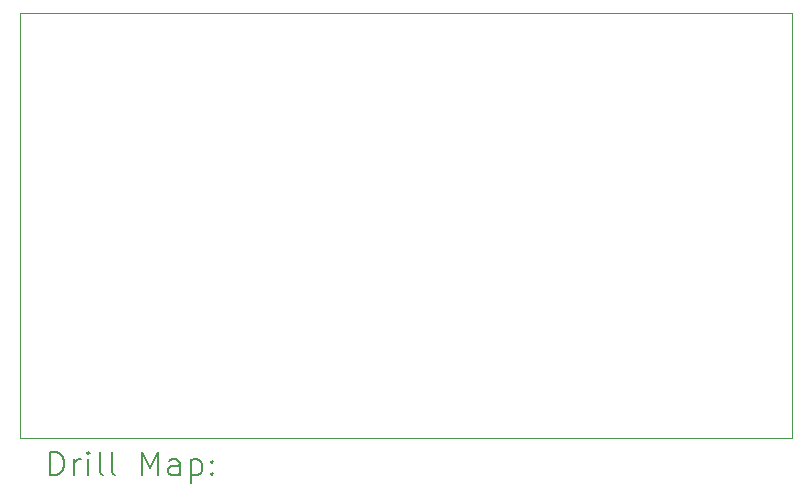
<source format=gbr>
%TF.GenerationSoftware,KiCad,Pcbnew,8.0.1*%
%TF.CreationDate,2024-03-27T10:15:29-03:00*%
%TF.ProjectId,CPU Stm32G431,43505520-5374-46d3-9332-473433312e6b,rev?*%
%TF.SameCoordinates,Original*%
%TF.FileFunction,Drillmap*%
%TF.FilePolarity,Positive*%
%FSLAX45Y45*%
G04 Gerber Fmt 4.5, Leading zero omitted, Abs format (unit mm)*
G04 Created by KiCad (PCBNEW 8.0.1) date 2024-03-27 10:15:29*
%MOMM*%
%LPD*%
G01*
G04 APERTURE LIST*
%ADD10C,0.100000*%
%ADD11C,0.200000*%
G04 APERTURE END LIST*
D10*
X18288000Y-8640000D02*
X18288000Y-12239000D01*
X11750000Y-8641000D02*
X18288000Y-8640000D01*
X18288000Y-12239000D02*
X11750000Y-12240000D01*
X11750000Y-12240000D02*
X11750000Y-8641000D01*
D11*
X12005777Y-12556484D02*
X12005777Y-12356484D01*
X12005777Y-12356484D02*
X12053396Y-12356484D01*
X12053396Y-12356484D02*
X12081967Y-12366008D01*
X12081967Y-12366008D02*
X12101015Y-12385055D01*
X12101015Y-12385055D02*
X12110539Y-12404103D01*
X12110539Y-12404103D02*
X12120062Y-12442198D01*
X12120062Y-12442198D02*
X12120062Y-12470769D01*
X12120062Y-12470769D02*
X12110539Y-12508865D01*
X12110539Y-12508865D02*
X12101015Y-12527912D01*
X12101015Y-12527912D02*
X12081967Y-12546960D01*
X12081967Y-12546960D02*
X12053396Y-12556484D01*
X12053396Y-12556484D02*
X12005777Y-12556484D01*
X12205777Y-12556484D02*
X12205777Y-12423150D01*
X12205777Y-12461246D02*
X12215301Y-12442198D01*
X12215301Y-12442198D02*
X12224824Y-12432674D01*
X12224824Y-12432674D02*
X12243872Y-12423150D01*
X12243872Y-12423150D02*
X12262920Y-12423150D01*
X12329586Y-12556484D02*
X12329586Y-12423150D01*
X12329586Y-12356484D02*
X12320062Y-12366008D01*
X12320062Y-12366008D02*
X12329586Y-12375531D01*
X12329586Y-12375531D02*
X12339110Y-12366008D01*
X12339110Y-12366008D02*
X12329586Y-12356484D01*
X12329586Y-12356484D02*
X12329586Y-12375531D01*
X12453396Y-12556484D02*
X12434348Y-12546960D01*
X12434348Y-12546960D02*
X12424824Y-12527912D01*
X12424824Y-12527912D02*
X12424824Y-12356484D01*
X12558158Y-12556484D02*
X12539110Y-12546960D01*
X12539110Y-12546960D02*
X12529586Y-12527912D01*
X12529586Y-12527912D02*
X12529586Y-12356484D01*
X12786729Y-12556484D02*
X12786729Y-12356484D01*
X12786729Y-12356484D02*
X12853396Y-12499341D01*
X12853396Y-12499341D02*
X12920062Y-12356484D01*
X12920062Y-12356484D02*
X12920062Y-12556484D01*
X13101015Y-12556484D02*
X13101015Y-12451722D01*
X13101015Y-12451722D02*
X13091491Y-12432674D01*
X13091491Y-12432674D02*
X13072443Y-12423150D01*
X13072443Y-12423150D02*
X13034348Y-12423150D01*
X13034348Y-12423150D02*
X13015301Y-12432674D01*
X13101015Y-12546960D02*
X13081967Y-12556484D01*
X13081967Y-12556484D02*
X13034348Y-12556484D01*
X13034348Y-12556484D02*
X13015301Y-12546960D01*
X13015301Y-12546960D02*
X13005777Y-12527912D01*
X13005777Y-12527912D02*
X13005777Y-12508865D01*
X13005777Y-12508865D02*
X13015301Y-12489817D01*
X13015301Y-12489817D02*
X13034348Y-12480293D01*
X13034348Y-12480293D02*
X13081967Y-12480293D01*
X13081967Y-12480293D02*
X13101015Y-12470769D01*
X13196253Y-12423150D02*
X13196253Y-12623150D01*
X13196253Y-12432674D02*
X13215301Y-12423150D01*
X13215301Y-12423150D02*
X13253396Y-12423150D01*
X13253396Y-12423150D02*
X13272443Y-12432674D01*
X13272443Y-12432674D02*
X13281967Y-12442198D01*
X13281967Y-12442198D02*
X13291491Y-12461246D01*
X13291491Y-12461246D02*
X13291491Y-12518388D01*
X13291491Y-12518388D02*
X13281967Y-12537436D01*
X13281967Y-12537436D02*
X13272443Y-12546960D01*
X13272443Y-12546960D02*
X13253396Y-12556484D01*
X13253396Y-12556484D02*
X13215301Y-12556484D01*
X13215301Y-12556484D02*
X13196253Y-12546960D01*
X13377205Y-12537436D02*
X13386729Y-12546960D01*
X13386729Y-12546960D02*
X13377205Y-12556484D01*
X13377205Y-12556484D02*
X13367682Y-12546960D01*
X13367682Y-12546960D02*
X13377205Y-12537436D01*
X13377205Y-12537436D02*
X13377205Y-12556484D01*
X13377205Y-12432674D02*
X13386729Y-12442198D01*
X13386729Y-12442198D02*
X13377205Y-12451722D01*
X13377205Y-12451722D02*
X13367682Y-12442198D01*
X13367682Y-12442198D02*
X13377205Y-12432674D01*
X13377205Y-12432674D02*
X13377205Y-12451722D01*
M02*

</source>
